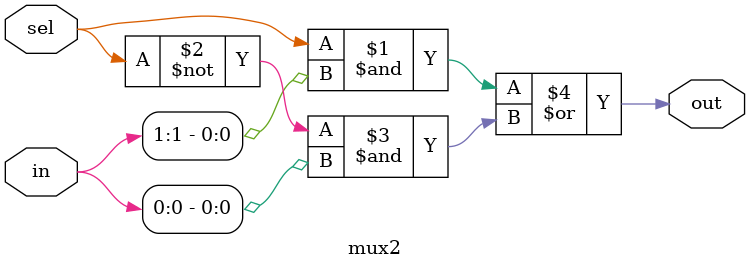
<source format=sv>
module mux2 (
    input logic [1:0] in,
    input logic sel,
    output logic out
);
    assign out = (sel & in[1]) | (~sel & in[0]);
endmodule
</source>
